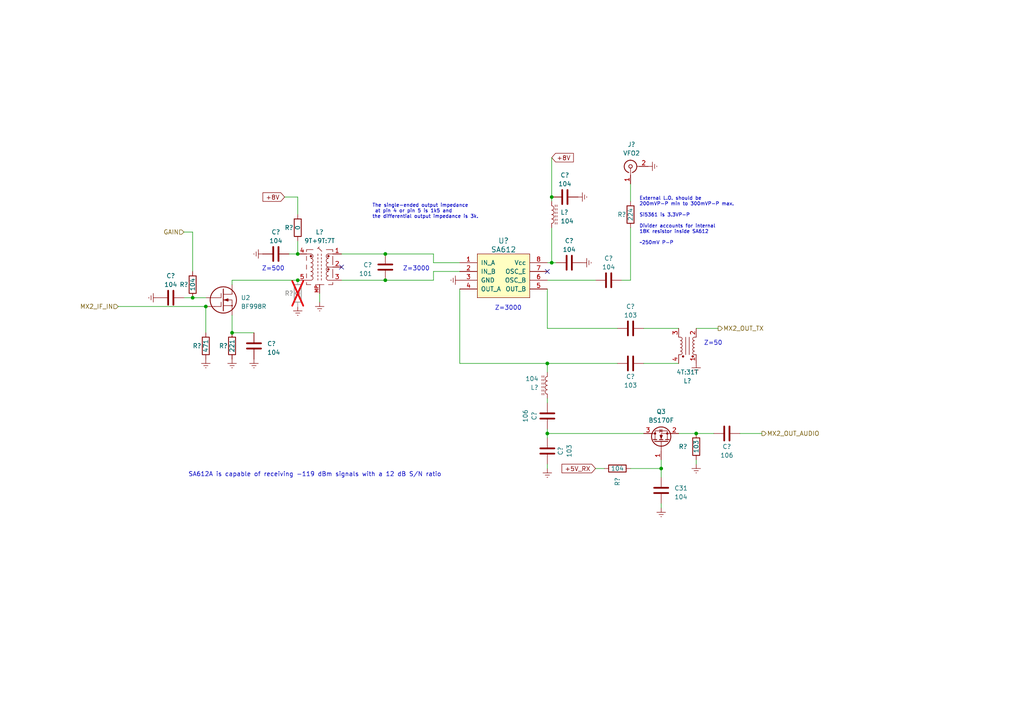
<source format=kicad_sch>
(kicad_sch (version 20230121) (generator eeschema)
  (paper "A4")
  (lib_symbols
    (symbol "Connector:Conn_Coaxial" (pin_names (offset 1.016) hide)
      (property "Reference" "J" (at 0.254 3.048 0))
      (property "Value" "Conn_Coaxial" (at 2.921 0 90))
      (symbol "Conn_Coaxial_0_1"
        (arc (start -1.778 -0.508) (mid 0.2311 -1.8066) (end 1.778 0) (stroke (width 0.254)))
        (polyline (pts (xy -2.54 0) (xy -0.508 0)))
        (polyline (pts (xy 0 -2.54) (xy 0 -1.778)))
        (circle (center 0 0) (radius 0.508) (stroke (width 0.2032)))
        (arc (start 1.778 0) (mid 0.2099 1.8101) (end -1.778 0.508) (stroke (width 0.254)))
      )
      (symbol "Conn_Coaxial_1_1"
        (pin passive line (at -5.08 0 0) (length 2.54) (name "In") (number "1"))
        (pin passive line (at 0 -5.08 90) (length 2.54) (name "Ext") (number "2"))
      )
    )
    (symbol "Device:C" (pin_numbers hide) (pin_names (offset 0.254))
      (property "Reference" "C" (at 0.635 2.54 0))
      (property "Value" "C" (at 0.635 -2.54 0))
      (symbol "C_0_1"
        (polyline (pts (xy -2.032 -0.762) (xy 2.032 -0.762)) (stroke (width 0.508)))
        (polyline (pts (xy -2.032 0.762) (xy 2.032 0.762)) (stroke (width 0.508)))
      )
      (symbol "C_1_1"
        (pin passive line (at 0 3.81 270) (length 2.794) (name "~") (number "1"))
        (pin passive line (at 0 -3.81 90) (length 2.794) (name "~") (number "2"))
      )
    )
    (symbol "Device:L_Ferrite" (pin_numbers hide) (pin_names (offset 1.016) hide)
      (property "Reference" "L" (at -1.27 0 90))
      (property "Value" "L_Ferrite" (at 2.794 0 90))
      (symbol "L_Ferrite_0_1"
        (arc (start 0 -2.54) (mid 0.6323 -1.905) (end 0 -1.27))
        (arc (start 0 -1.27) (mid 0.6323 -0.635) (end 0 0))
        (polyline (pts (xy 1.016 -2.794) (xy 1.016 -2.286)))
        (polyline (pts (xy 1.016 -1.778) (xy 1.016 -1.27)))
        (polyline (pts (xy 1.016 -0.762) (xy 1.016 -0.254)))
        (polyline (pts (xy 1.016 0.254) (xy 1.016 0.762)))
        (polyline (pts (xy 1.016 1.27) (xy 1.016 1.778)))
        (polyline (pts (xy 1.016 2.286) (xy 1.016 2.794)))
        (polyline (pts (xy 1.524 -2.286) (xy 1.524 -2.794)))
        (polyline (pts (xy 1.524 -1.27) (xy 1.524 -1.778)))
        (polyline (pts (xy 1.524 -0.254) (xy 1.524 -0.762)))
        (polyline (pts (xy 1.524 0.762) (xy 1.524 0.254)))
        (polyline (pts (xy 1.524 1.778) (xy 1.524 1.27)))
        (polyline (pts (xy 1.524 2.794) (xy 1.524 2.286)))
        (arc (start 0 0) (mid 0.6323 0.635) (end 0 1.27))
        (arc (start 0 1.27) (mid 0.6323 1.905) (end 0 2.54))
      )
      (symbol "L_Ferrite_1_1"
        (pin passive line (at 0 3.81 270) (length 1.27) (name "1") (number "1"))
        (pin passive line (at 0 -3.81 90) (length 1.27) (name "2") (number "2"))
      )
    )
    (symbol "Device:L_Iron_Coupled_1243" (pin_names (offset 0.254) hide)
      (property "Reference" "L" (at 0 4.445 0))
      (property "Value" "L_Iron_Coupled_1243" (at 0 -4.445 0))
      (symbol "L_Iron_Coupled_1243_0_1"
        (circle (center -3.048 -1.27) (radius 0.254) (fill (type outline)))
        (circle (center -3.048 1.524) (radius 0.254) (fill (type outline)))
        (arc (start -2.54 2.032) (mid -2.032 1.5262) (end -1.524 2.032))
        (arc (start -1.524 -2.032) (mid -2.032 -1.5262) (end -2.54 -2.032))
        (arc (start -1.524 2.032) (mid -1.016 1.5262) (end -0.508 2.032))
        (arc (start -0.508 -2.032) (mid -1.016 -1.5262) (end -1.524 -2.032))
        (arc (start -0.508 2.032) (mid 0 1.5262) (end 0.508 2.032))
        (polyline (pts (xy -2.54 -2.032) (xy -2.54 -2.54)))
        (polyline (pts (xy -2.54 0.508) (xy 2.54 0.508)))
        (polyline (pts (xy -2.54 2.032) (xy -2.54 2.54)))
        (polyline (pts (xy 2.54 -2.032) (xy 2.54 -2.54)))
        (polyline (pts (xy 2.54 -0.508) (xy -2.54 -0.508)))
        (polyline (pts (xy 2.54 2.54) (xy 2.54 2.032)))
        (arc (start 0.508 -2.032) (mid 0 -1.5262) (end -0.508 -2.032))
        (arc (start 0.508 2.032) (mid 1.016 1.5262) (end 1.524 2.032))
        (arc (start 1.524 -2.032) (mid 1.016 -1.5262) (end 0.508 -2.032))
        (arc (start 1.524 2.032) (mid 2.032 1.5262) (end 2.54 2.032))
        (arc (start 2.54 -2.032) (mid 2.032 -1.5262) (end 1.524 -2.032))
      )
      (symbol "L_Iron_Coupled_1243_1_1"
        (pin passive line (at -5.08 2.54 0) (length 2.54) (name "1") (number "1"))
        (pin passive line (at 5.08 2.54 180) (length 2.54) (name "2") (number "2"))
        (pin passive line (at 5.08 -2.54 180) (length 2.54) (name "3") (number "3"))
        (pin passive line (at -5.08 -2.54 0) (length 2.54) (name "4") (number "4"))
      )
    )
    (symbol "Device:R" (pin_numbers hide) (pin_names (offset 0))
      (property "Reference" "R" (at 2.032 0 90))
      (property "Value" "R" (at 0 0 90))
      (symbol "R_0_1"
        (rectangle (start -1.016 -2.54) (end 1.016 2.54) (stroke (width 0.254)))
      )
      (symbol "R_1_1"
        (pin passive line (at 0 3.81 270) (length 1.27) (name "~") (number "1"))
        (pin passive line (at 0 -3.81 90) (length 1.27) (name "~") (number "2"))
      )
    )
    (symbol "PhilsLibrary:BF998R" (pin_numbers hide) (pin_names (offset 1.016) hide)
      (property "Reference" "U" (at 0 8.89 0))
      (property "Value" "BF998R" (at 0 8.89 0))
      (symbol "BF998R_0_1"
        (polyline (pts (xy 0 -1.016) (xy 2.54 -1.016)))
        (polyline (pts (xy 0 3.81) (xy 0 -2.54)) (stroke (width 0.254)))
        (polyline (pts (xy 2.54 -1.27) (xy 2.54 0)))
        (polyline (pts (xy 2.54 2.286) (xy 0 2.286)))
        (polyline (pts (xy 2.54 2.54) (xy 2.54 2.286)))
        (polyline (pts (xy -2.54 1.27) (xy -0.635 1.27) (xy -0.635 2.54)))
        (polyline (pts (xy -0.635 0) (xy -0.635 -1.27) (xy -2.54 -1.27)))
        (polyline (pts (xy 0 0.635) (xy 2.54 0.635) (xy 2.54 0)))
        (polyline (pts (xy 0.254 0.635) (xy 1.397 1.016) (xy 1.397 0.254) (xy 0.254 0.635)) (fill (type outline)))
        (circle (center 0 0.635) (radius 3.81) (stroke (width 0.254)))
        (circle (center 2.54 -1.016) (radius 0.127))
      )
      (symbol "BF998R_1_1"
        (pin passive line (at 2.54 -3.81 90) (length 2.54) (name "S") (number "1"))
        (pin passive line (at 2.54 5.08 270) (length 2.54) (name "D") (number "2"))
        (pin passive line (at -5.08 1.27 0) (length 2.54) (name "G2") (number "3"))
        (pin passive line (at -5.08 -1.27 0) (length 2.54) (name "G1") (number "4"))
      )
    )
    (symbol "PhilsLibrary:L_Core_Ferrite_Coupled_12345" (pin_names (offset 0.254) hide)
      (property "Reference" "L" (at 0 7.493 0))
      (property "Value" "L_Core_Ferrite_Coupled_12345" (at 2.54 -15.24 0))
      (symbol "L_Core_Ferrite_Coupled_12345_0_1"
        (circle (center -2.54 3.175) (radius 0.254) (fill (type outline)))
        (polyline (pts (xy -3.81 -0.635) (xy -3.81 -3.175)))
        (polyline (pts (xy -3.81 3.175) (xy -3.81 0.635)))
        (polyline (pts (xy -3.81 3.81) (xy -2.54 3.81)))
        (polyline (pts (xy -2.54 -3.81) (xy -3.81 -3.81)))
        (polyline (pts (xy -2.54 0) (xy -3.81 0)))
        (polyline (pts (xy -1.27 -5.08) (xy 1.27 -5.08)))
        (polyline (pts (xy -0.508 -2.794) (xy -0.508 -2.286)))
        (polyline (pts (xy -0.508 -1.778) (xy -0.508 -1.27)))
        (polyline (pts (xy -0.508 -0.762) (xy -0.508 -0.254)))
        (polyline (pts (xy -0.508 0.254) (xy -0.508 0.762)))
        (polyline (pts (xy -0.508 1.27) (xy -0.508 1.778)))
        (polyline (pts (xy -0.508 2.286) (xy -0.508 2.794)))
        (polyline (pts (xy 0 -5.715) (xy 0 -5.08)))
        (polyline (pts (xy 0.508 -2.794) (xy 0.508 -2.286)))
        (polyline (pts (xy 0.508 -1.778) (xy 0.508 -1.27)))
        (polyline (pts (xy 0.508 -0.762) (xy 0.508 -0.254)))
        (polyline (pts (xy 0.508 0.254) (xy 0.508 0.762)))
        (polyline (pts (xy 0.508 1.27) (xy 0.508 1.778)))
        (polyline (pts (xy 0.508 2.286) (xy 0.508 2.794)))
        (polyline (pts (xy 2.54 -5.08) (xy 3.81 -5.08)))
        (polyline (pts (xy 3.81 -5.08) (xy 3.81 -4.445)))
        (polyline (pts (xy 3.81 -3.81) (xy 2.54 -3.81)))
        (polyline (pts (xy 3.81 -3.175) (xy 3.81 -1.905)))
        (polyline (pts (xy 3.81 -0.635) (xy 3.81 0.635)))
        (polyline (pts (xy 3.81 3.175) (xy 3.81 1.905)))
        (polyline (pts (xy 3.81 3.81) (xy 2.54 3.81)))
        (polyline (pts (xy -3.81 -4.445) (xy -3.81 -5.08) (xy -2.54 -5.08)))
        (polyline (pts (xy -3.81 4.445) (xy -3.81 5.08) (xy -1.905 5.08)))
        (polyline (pts (xy 3.81 4.445) (xy 3.81 5.08) (xy 1.905 5.08)))
        (polyline (pts (xy -0.635 4.572) (xy 0.381 5.588) (xy 0.635 5.334) (xy 0.127 5.842)))
        (arc (start 2.54 1.27) (mid 1.9077 0.635) (end 2.54 0))
        (circle (center 2.54 3.175) (radius 0.254) (fill (type outline)))
      )
      (symbol "L_Core_Ferrite_Coupled_12345_1_1"
        (arc (start -2.54 -3.81) (mid -1.9077 -3.175) (end -2.54 -2.54))
        (arc (start -2.54 -2.54) (mid -1.9077 -1.905) (end -2.54 -1.27))
        (arc (start -2.54 -1.27) (mid -1.9077 -0.635) (end -2.54 0))
        (circle (center -2.54 -0.635) (radius 0.254) (fill (type outline)))
        (arc (start -2.54 0) (mid -1.9077 0.635) (end -2.54 1.27))
        (arc (start -2.54 1.27) (mid -1.9077 1.905) (end -2.54 2.54))
        (arc (start -2.54 2.54) (mid -1.9077 3.175) (end -2.54 3.81))
        (polyline (pts (xy -0.508 -3.81) (xy -0.508 -3.302)))
        (polyline (pts (xy -0.508 3.302) (xy -0.508 3.81)))
        (polyline (pts (xy 0.508 -3.81) (xy 0.508 -3.302)))
        (polyline (pts (xy 0.508 3.302) (xy 0.508 3.81)))
        (arc (start 2.54 -2.54) (mid 1.9077 -3.175) (end 2.54 -3.81))
        (arc (start 2.54 -1.27) (mid 1.9077 -1.905) (end 2.54 -2.54))
        (arc (start 2.54 0) (mid 1.9077 -0.635) (end 2.54 -1.27))
        (arc (start 2.54 2.54) (mid 1.9077 1.905) (end 2.54 1.27))
        (arc (start 2.54 3.81) (mid 1.9077 3.175) (end 2.54 2.54))
        (pin passive line (at -6.35 3.81 0) (length 2.54) (name "1") (number "1"))
        (pin passive line (at -6.35 0 0) (length 2.54) (name "2") (number "2"))
        (pin passive line (at -6.35 -3.81 0) (length 2.54) (name "3") (number "3"))
        (pin passive line (at 6.35 3.81 180) (length 2.54) (name "4") (number "4"))
        (pin passive line (at 6.35 -3.81 180) (length 2.54) (name "5") (number "5"))
        (pin passive line (at 0 -7.62 90) (length 2.54) (name "MP") (number "MP"))
      )
    )
    (symbol "PhilsLibrary:SA612" (pin_names (offset 1.016))
      (property "Reference" "U" (at 3.81 -7.62 0))
      (property "Value" "SA612" (at -3.81 -7.62 0))
      (symbol "SA612_0_1"
        (rectangle (start -7.62 6.35) (end 7.62 -6.35) (fill (type background)))
      )
      (symbol "SA612_1_1"
        (pin input line (at -12.7 3.81 0) (length 5.08) (name "IN_A") (number "1"))
        (pin input line (at -12.7 1.27 0) (length 5.08) (name "IN_B") (number "2"))
        (pin power_in line (at -12.7 -1.27 0) (length 5.08) (name "GND") (number "3"))
        (pin output line (at -12.7 -3.81 0) (length 5.08) (name "OUT_A") (number "4"))
        (pin output line (at 12.7 -3.81 180) (length 5.08) (name "OUT_B") (number "5"))
        (pin input line (at 12.7 -1.27 180) (length 5.08) (name "OSC_B") (number "6"))
        (pin open_emitter line (at 12.7 1.27 180) (length 5.08) (name "OSC_E") (number "7"))
        (pin power_in line (at 12.7 3.81 180) (length 5.08) (name "Vcc") (number "8"))
      )
    )
    (symbol "Transistor_FET:BS170F" (pin_names hide)
      (property "Reference" "Q" (at 5.08 1.905 0))
      (property "Value" "BS170F" (at 5.08 0 0))
      (symbol "BS170F_0_1"
        (polyline (pts (xy 0.254 0) (xy -2.54 0)))
        (polyline (pts (xy 0.254 1.905) (xy 0.254 -1.905)) (stroke (width 0.254)))
        (polyline (pts (xy 0.762 -1.27) (xy 0.762 -2.286)) (stroke (width 0.254)))
        (polyline (pts (xy 0.762 0.508) (xy 0.762 -0.508)) (stroke (width 0.254)))
        (polyline (pts (xy 0.762 2.286) (xy 0.762 1.27)) (stroke (width 0.254)))
        (polyline (pts (xy 2.54 2.54) (xy 2.54 1.778)))
        (polyline (pts (xy 2.54 -2.54) (xy 2.54 0) (xy 0.762 0)))
        (polyline (pts (xy 0.762 -1.778) (xy 3.302 -1.778) (xy 3.302 1.778) (xy 0.762 1.778)))
        (polyline (pts (xy 1.016 0) (xy 2.032 0.381) (xy 2.032 -0.381) (xy 1.016 0)) (fill (type outline)))
        (polyline (pts (xy 2.794 0.508) (xy 2.921 0.381) (xy 3.683 0.381) (xy 3.81 0.254)))
        (polyline (pts (xy 3.302 0.381) (xy 2.921 -0.254) (xy 3.683 -0.254) (xy 3.302 0.381)))
        (circle (center 1.651 0) (radius 2.794) (stroke (width 0.254)))
        (circle (center 2.54 -1.778) (radius 0.254) (fill (type outline)))
        (circle (center 2.54 1.778) (radius 0.254) (fill (type outline)))
      )
      (symbol "BS170F_1_1"
        (pin input line (at -5.08 0 0) (length 2.54) (name "G") (number "1"))
        (pin passive line (at 2.54 -5.08 90) (length 2.54) (name "S") (number "2"))
        (pin passive line (at 2.54 5.08 270) (length 2.54) (name "D") (number "3"))
      )
    )
    (symbol "power:Earth" (power) (pin_names (offset 0))
      (symbol "Earth_0_1"
        (polyline (pts (xy -0.635 -1.905) (xy 0.635 -1.905)))
        (polyline (pts (xy -0.127 -2.54) (xy 0.127 -2.54)))
        (polyline (pts (xy 0 -1.27) (xy 0 0)))
        (polyline (pts (xy 1.27 -1.27) (xy -1.27 -1.27)))
      )
      (symbol "Earth_1_1"
        (pin power_in line (at 0 0 270) (length 0) hide (name "Earth") (number "1"))
      )
    )
  )
  (junction (at 86.36 73.66))
  (junction (at 158.75 105.41))
  (junction (at 111.76 73.66))
  (junction (at 160.02 57.15))
  (junction (at 158.75 125.73))
  (junction (at 111.76 81.28))
  (junction (at 67.31 96.52))
  (junction (at 59.69 88.9))
  (junction (at 191.77 135.89))
  (junction (at 160.02 76.2))
  (junction (at 55.88 86.36))
  (junction (at 201.93 125.73))
  (junction (at 86.36 81.28))
  (no_connect (at 158.75 78.74))
  (no_connect (at 99.06 77.47))
  (wire (pts (xy 55.88 86.36) (xy 59.69 86.36)))
  (wire (pts (xy 158.75 125.73) (xy 158.75 124.46)))
  (wire (pts (xy 158.75 115.57) (xy 158.75 116.84)))
  (wire (pts (xy 191.77 133.35) (xy 191.77 135.89)))
  (wire (pts (xy 133.35 76.2) (xy 125.73 76.2)))
  (wire (pts (xy 111.76 73.66) (xy 99.06 73.66)))
  (wire (pts (xy 99.06 81.28) (xy 111.76 81.28)))
  (wire (pts (xy 67.31 91.44) (xy 67.31 96.52)))
  (wire (pts (xy 160.02 57.15) (xy 160.02 58.42)))
  (wire (pts (xy 158.75 83.82) (xy 158.75 95.25)))
  (wire (pts (xy 158.75 125.73) (xy 186.69 125.73)))
  (wire (pts (xy 133.35 78.74) (xy 125.73 78.74)))
  (wire (pts (xy 83.82 73.66) (xy 86.36 73.66)))
  (wire (pts (xy 182.88 58.42) (xy 182.88 53.34)))
  (wire (pts (xy 59.69 88.9) (xy 59.69 96.52)))
  (wire (pts (xy 158.75 127) (xy 158.75 125.73)))
  (wire (pts (xy 86.36 81.28) (xy 67.31 81.28)))
  (wire (pts (xy 158.75 105.41) (xy 179.07 105.41)))
  (wire (pts (xy 125.73 81.28) (xy 111.76 81.28)))
  (wire (pts (xy 158.75 134.62) (xy 158.75 135.89)))
  (wire (pts (xy 158.75 107.95) (xy 158.75 105.41)))
  (wire (pts (xy 214.63 125.73) (xy 220.98 125.73)))
  (wire (pts (xy 86.36 57.15) (xy 82.55 57.15)))
  (wire (pts (xy 182.88 135.89) (xy 191.77 135.89)))
  (wire (pts (xy 111.76 73.66) (xy 125.73 73.66)))
  (wire (pts (xy 92.71 85.09) (xy 92.71 87.63)))
  (wire (pts (xy 125.73 73.66) (xy 125.73 76.2)))
  (wire (pts (xy 172.72 81.28) (xy 158.75 81.28)))
  (wire (pts (xy 160.02 76.2) (xy 161.29 76.2)))
  (wire (pts (xy 191.77 135.89) (xy 191.77 138.43)))
  (wire (pts (xy 172.72 135.89) (xy 175.26 135.89)))
  (wire (pts (xy 86.36 69.85) (xy 86.36 73.66)))
  (wire (pts (xy 158.75 76.2) (xy 160.02 76.2)))
  (wire (pts (xy 201.93 95.25) (xy 208.28 95.25)))
  (wire (pts (xy 160.02 66.04) (xy 160.02 76.2)))
  (wire (pts (xy 125.73 78.74) (xy 125.73 81.28)))
  (wire (pts (xy 34.29 88.9) (xy 59.69 88.9)))
  (wire (pts (xy 158.75 105.41) (xy 133.35 105.41)))
  (wire (pts (xy 86.36 62.23) (xy 86.36 57.15)))
  (wire (pts (xy 133.35 105.41) (xy 133.35 83.82)))
  (wire (pts (xy 67.31 96.52) (xy 73.66 96.52)))
  (wire (pts (xy 160.02 45.72) (xy 160.02 57.15)))
  (wire (pts (xy 186.69 105.41) (xy 196.85 105.41)))
  (wire (pts (xy 55.88 67.31) (xy 55.88 78.74)))
  (wire (pts (xy 191.77 146.05) (xy 191.77 147.32)))
  (wire (pts (xy 186.69 95.25) (xy 196.85 95.25)))
  (wire (pts (xy 67.31 81.28) (xy 67.31 82.55)))
  (wire (pts (xy 53.34 86.36) (xy 55.88 86.36)))
  (wire (pts (xy 158.75 95.25) (xy 179.07 95.25)))
  (wire (pts (xy 201.93 133.35) (xy 201.93 134.62)))
  (wire (pts (xy 201.93 125.73) (xy 207.01 125.73)))
  (wire (pts (xy 182.88 66.04) (xy 182.88 81.28)))
  (wire (pts (xy 53.34 67.31) (xy 55.88 67.31)))
  (wire (pts (xy 180.34 81.28) (xy 182.88 81.28)))
  (wire (pts (xy 196.85 125.73) (xy 201.93 125.73)))
  (text "Z=3000" (at 143.51 90.17 0) (effects (font (size 1.27 1.27)) (justify left bottom)))
  (text "Z=500" (at 82.55 78.74 0) (effects (font (size 1.27 1.27)) (justify right bottom)))
  (text "SA612A is capable of receiving -119 dBm signals with a 12 dB S/N ratio" (at 54.61 138.43 0) (effects (font (size 1.27 1.27)) (justify left bottom)))
  (text "Z=50" (at 209.55 100.33 0) (effects (font (size 1.27 1.27)) (justify right bottom)))
  (text "External L.O. should be \n200mVP-P min to 300mVP-P max.\n\nSi5361 is 3.3VP-P\n\nDivider accounts for internal \n18K resistor inside SA612\n\n~250mV P-P" (at 185.42 71.12 0) (effects (font (size 1 1)) (justify left bottom)))
  (text "Z=3000" (at 116.84 78.74 0) (effects (font (size 1.27 1.27)) (justify left bottom)))
  (text "The single-ended output impedance\n at pin 4 or pin 5 is 1k5 and \nthe differential output impedance is 3k." (at 107.95 63.5 0) (effects (font (size 1 1)) (justify left bottom)))
  (global_label "+5V_RX" (shape input) (at 172.72 135.89 180) (property "Intersheetrefs" "${INTERSHEET_REFS}" (effects hide)))
  (global_label "+8V" (shape input) (at 160.02 45.72 0) (property "Intersheetrefs" "${INTERSHEET_REFS}" (effects hide)))
  (global_label "+8V" (shape input) (at 82.55 57.15 180) (property "Intersheetrefs" "${INTERSHEET_REFS}" (effects hide)))
  (hierarchical_label "MX2_OUT_TX" (shape output) (at 208.28 95.25 0))
  (hierarchical_label "GAIN" (shape input) (at 53.34 67.31 180))
  (hierarchical_label "MX2_IF_IN" (shape input) (at 34.29 88.9 180))
  (hierarchical_label "MX2_OUT_AUDIO" (shape output) (at 220.98 125.73 0))
  (symbol (lib_id "Device:C") (at 80.01 73.66 90) (unit 1)
    (property "Reference" "C?" (at 80.01 67.31 90))
    (property "Value" "104" (at 80.01 69.85 90))
    (property "Footprint" "Capacitor_SMD:C_0805_2012Metric" (effects hide))
    (instances (project "Mixers" (path "" (reference "C?") (unit 1)) (path "" (reference "C6") (unit 1)) (path "" (reference "C19") (unit 1))))
  )
  (symbol (lib_id "Device:C") (at 176.53 81.28 90) (unit 1)
    (property "Reference" "C?" (at 176.53 74.93 90))
    (property "Value" "104" (at 176.53 77.47 90))
    (property "Footprint" "Capacitor_SMD:C_0805_2012Metric" (effects hide))
    (instances (project "Mixers" (path "" (reference "C?") (unit 1)) (path "" (reference "C7") (unit 1)) (path "" (reference "C25") (unit 1))))
  )
  (symbol (lib_id "Device:C") (at 182.88 95.25 90) (unit 1)
    (property "Reference" "C?" (at 182.88 88.9 90))
    (property "Value" "103" (at 182.88 91.44 90))
    (property "Footprint" "Capacitor_SMD:C_0805_2012Metric" (effects hide))
    (instances (project "Mixers" (path "" (reference "C?") (unit 1)) (path "" (reference "C1") (unit 1)) (path "" (reference "C26") (unit 1))))
  )
  (symbol (lib_id "Device:C") (at 111.76 77.47 0) (mirror x) (unit 1)
    (property "Reference" "C?" (at 107.95 76.835 0) (effects (justify right)))
    (property "Value" "101" (at 107.95 79.375 0) (effects (justify right)))
    (property "Footprint" "Capacitor_SMD:C_0805_2012Metric" (effects hide))
    (instances (project "Mixers" (path "" (reference "C?") (unit 1)) (path "" (reference "C5") (unit 1)) (path "" (reference "C20") (unit 1))))
  )
  (symbol (lib_id "Device:R") (at 67.31 100.33 0) (unit 1)
    (property "Reference" "R?" (at 63.5 100.33 0) (effects (justify left)))
    (property "Value" "221" (at 67.31 100.33 90))
    (property "Footprint" "Capacitor_SMD:C_0805_2012Metric" (effects hide))
    (instances (project "Mixers" (path "" (reference "R?") (unit 1)) (path "" (reference "R1") (unit 1)) (path "" (reference "R5") (unit 1))))
  )
  (symbol (lib_id "Device:C") (at 182.88 105.41 90) (unit 1)
    (property "Reference" "C?" (at 182.88 109.22 90))
    (property "Value" "103" (at 182.88 111.76 90))
    (property "Footprint" "Capacitor_SMD:C_0805_2012Metric" (effects hide))
    (instances (project "Mixers" (path "" (reference "C?") (unit 1)) (path "" (reference "C1") (unit 1)) (path "" (reference "C27") (unit 1))))
  )
  (symbol (lib_id "PhilsLibrary:L_Core_Ferrite_Coupled_12345") (at 92.71 77.47 0) (mirror y) (unit 1)
    (property "Reference" "L?" (at 92.71 67.31 0))
    (property "Value" "9T+9T:7T" (at 92.71 69.85 0))
    (property "Footprint" "PhilsFootprintLibrary:L_Coilcraft_Slot7_15" (effects hide))
    (instances (project "Mixers" (path "" (reference "L?") (unit 1)) (path "" (reference "L4") (unit 1)) (path "" (reference "L6") (unit 1))))
  )
  (symbol (lib_id "power:Earth") (at 133.35 81.28 270) (unit 1)
    (property "Reference" "#PWR?" (effects hide))
    (property "Value" "Earth" (effects hide))
    (instances (project "Mixers" (path "" (reference "#PWR?") (unit 1)) (path "" (reference "#PWR05") (unit 1)) (path "" (reference "#PWR051") (unit 1))))
  )
  (symbol (lib_id "Device:R") (at 59.69 100.33 0) (unit 1)
    (property "Reference" "R?" (at 55.88 100.33 0) (effects (justify left)))
    (property "Value" "471" (at 59.69 100.33 90))
    (property "Footprint" "Capacitor_SMD:C_0805_2012Metric" (effects hide))
    (instances (project "Mixers" (path "" (reference "R?") (unit 1)) (path "" (reference "R1") (unit 1)) (path "" (reference "R4") (unit 1))))
  )
  (symbol (lib_id "Device:C") (at 210.82 125.73 90) (unit 1)
    (property "Reference" "C?" (at 210.82 129.54 90))
    (property "Value" "106" (at 210.82 132.08 90))
    (property "Footprint" "Capacitor_SMD:C_0805_2012Metric" (effects hide))
    (instances (project "Mixers" (path "" (reference "C?") (unit 1)) (path "" (reference "C4") (unit 1)) (path "" (reference "C52") (unit 1))))
  )
  (symbol (lib_id "Device:C") (at 191.77 142.24 0) (unit 1)
    (property "Reference" "C31" (at 195.58 141.605 0) (effects (justify left)))
    (property "Value" "104" (at 195.58 144.145 0) (effects (justify left)))
    (property "Footprint" "Capacitor_SMD:C_0805_2012Metric" (effects hide))
    (instances (project "Mixers" (path "" (reference "C31") (unit 1)) (path "" (reference "C6") (unit 1)) (path "" (reference "C51") (unit 1)) (path "" (reference "C45") (unit 1))))
  )
  (symbol (lib_id "Device:L_Ferrite") (at 160.02 62.23 0) (unit 1)
    (property "Reference" "L?" (at 162.56 61.595 0) (effects (justify left)))
    (property "Value" "104" (at 162.56 64.135 0) (effects (justify left)))
    (property "Footprint" "Inductor_SMD:L_0805_2012Metric" (effects hide))
    (instances (project "Mixers" (path "" (reference "L?") (unit 1)) (path "" (reference "L5") (unit 1)) (path "" (reference "L8") (unit 1))))
  )
  (symbol (lib_id "power:Earth") (at 67.31 104.14 0) (mirror y) (unit 1)
    (property "Reference" "#PWR?" (effects hide))
    (property "Value" "Earth" (effects hide))
    (instances (project "Mixers" (path "" (reference "#PWR?") (unit 1)) (path "" (reference "#PWR010") (unit 1)) (path "" (reference "#PWR046") (unit 1))))
  )
  (symbol (lib_id "Device:C") (at 49.53 86.36 90) (unit 1)
    (property "Reference" "C?" (at 49.53 80.01 90))
    (property "Value" "104" (at 49.53 82.55 90))
    (property "Footprint" "Capacitor_SMD:C_0805_2012Metric" (effects hide))
    (instances (project "Mixers" (path "" (reference "C?") (unit 1)) (path "" (reference "C6") (unit 1)) (path "" (reference "C17") (unit 1))))
  )
  (symbol (lib_id "Device:C") (at 163.83 57.15 90) (unit 1)
    (property "Reference" "C?" (at 163.83 50.8 90))
    (property "Value" "104" (at 163.83 53.34 90))
    (property "Footprint" "Capacitor_SMD:C_0805_2012Metric" (effects hide))
    (instances (project "Mixers" (path "" (reference "C?") (unit 1)) (path "" (reference "C8") (unit 1)) (path "" (reference "C23") (unit 1))))
  )
  (symbol (lib_id "power:Earth") (at 158.75 135.89 0) (mirror y) (unit 1)
    (property "Reference" "#PWR?" (effects hide))
    (property "Value" "Earth" (effects hide))
    (instances (project "Mixers" (path "" (reference "#PWR?") (unit 1)) (path "" (reference "#PWR01") (unit 1)) (path "" (reference "#PWR052") (unit 1))))
  )
  (symbol (lib_id "power:Earth") (at 191.77 147.32 0) (unit 1)
    (property "Reference" "#PWR085" (effects hide))
    (property "Value" "Earth" (effects hide))
    (instances (project "Mixers" (path "" (reference "#PWR085") (unit 1)) (path "" (reference "#PWR092") (unit 1))))
  )
  (symbol (lib_id "PhilsLibrary:SA612") (at 146.05 80.01 0) (unit 1)
    (property "Reference" "U?" (at 146.05 69.85 0) (effects (font (size 1.524 1.524))))
    (property "Value" "SA612" (at 146.05 72.39 0) (effects (font (size 1.524 1.524))))
    (property "Footprint" "Package_SO:SO-8_3.9x4.9mm_P1.27mm" (effects hide))
    (instances (project "Mixers" (path "" (reference "U?") (unit 1)) (path "" (reference "U1") (unit 1)) (path "" (reference "U3") (unit 1))))
  )
  (symbol (lib_id "power:Earth") (at 201.93 105.41 0) (mirror y) (unit 1)
    (property "Reference" "#PWR?" (effects hide))
    (property "Value" "Earth" (effects hide))
    (instances (project "Mixers" (path "" (reference "#PWR?") (unit 1)) (path "" (reference "#PWR01") (unit 1)) (path "" (reference "#PWR056") (unit 1))))
  )
  (symbol (lib_id "Device:R") (at 55.88 82.55 0) (unit 1)
    (property "Reference" "R?" (at 52.07 82.55 0) (effects (justify left)))
    (property "Value" "104" (at 55.88 82.55 90))
    (property "Footprint" "Capacitor_SMD:C_0805_2012Metric" (effects hide))
    (instances (project "Mixers" (path "" (reference "R?") (unit 1)) (path "" (reference "R1") (unit 1)) (path "" (reference "R3") (unit 1))))
  )
  (symbol (lib_id "Device:L_Ferrite") (at 158.75 111.76 180) (unit 1)
    (property "Reference" "L?" (at 156.21 112.395 0) (effects (justify left)))
    (property "Value" "104" (at 156.21 109.855 0) (effects (justify left)))
    (property "Footprint" "Inductor_SMD:L_0805_2012Metric" (effects hide))
    (instances (project "Mixers" (path "" (reference "L?") (unit 1)) (path "" (reference "L3") (unit 1)) (path "" (reference "L7") (unit 1))))
  )
  (symbol (lib_id "Connector:Conn_Coaxial") (at 182.88 48.26 90) (unit 1)
    (property "Reference" "J?" (at 183.1732 41.91 90))
    (property "Value" "VFO2" (at 183.1732 44.45 90))
    (property "Footprint" "Connector_Coaxial:SMA_Amphenol_901-144_Vertical" (effects hide))
    (property "Datasheet" " ~" (effects hide))
    (instances (project "Mixers" (path "" (reference "J?") (unit 1)) (path "" (reference "J1") (unit 1)) (path "" (reference "J4") (unit 1))))
  )
  (symbol (lib_id "power:Earth") (at 59.69 104.14 0) (mirror y) (unit 1)
    (property "Reference" "#PWR?" (effects hide))
    (property "Value" "Earth" (effects hide))
    (instances (project "Mixers" (path "" (reference "#PWR?") (unit 1)) (path "" (reference "#PWR010") (unit 1)) (path "" (reference "#PWR045") (unit 1))))
  )
  (symbol (lib_id "Device:C") (at 165.1 76.2 90) (unit 1)
    (property "Reference" "C?" (at 165.1 69.85 90))
    (property "Value" "104" (at 165.1 72.39 90))
    (property "Footprint" "Capacitor_SMD:C_0805_2012Metric" (effects hide))
    (instances (project "Mixers" (path "" (reference "C?") (unit 1)) (path "" (reference "C6") (unit 1)) (path "" (reference "C24") (unit 1))))
  )
  (symbol (lib_id "power:Earth") (at 168.91 76.2 90) (unit 1)
    (property "Reference" "#PWR?" (effects hide))
    (property "Value" "Earth" (effects hide))
    (instances (project "Mixers" (path "" (reference "#PWR?") (unit 1)) (path "" (reference "#PWR06") (unit 1)) (path "" (reference "#PWR054") (unit 1))))
  )
  (symbol (lib_id "PhilsLibrary:BF998R") (at 64.77 87.63 0) (unit 1)
    (property "Reference" "U2" (at 69.85 86.36 0) (effects (justify left)))
    (property "Value" "BF998R" (at 69.85 88.9 0) (effects (justify left)))
    (property "Footprint" "Package_TO_SOT_SMD:SOT-143R" (effects hide))
  )
  (symbol (lib_id "power:Earth") (at 167.64 57.15 90) (unit 1)
    (property "Reference" "#PWR?" (effects hide))
    (property "Value" "Earth" (effects hide))
    (instances (project "Mixers" (path "" (reference "#PWR?") (unit 1)) (path "" (reference "#PWR09") (unit 1)) (path "" (reference "#PWR053") (unit 1))))
  )
  (symbol (lib_id "power:Earth") (at 92.71 87.63 0) (mirror y) (unit 1)
    (property "Reference" "#PWR?" (effects hide))
    (property "Value" "Earth" (effects hide))
    (instances (project "Mixers" (path "" (reference "#PWR?") (unit 1)) (path "" (reference "#PWR07") (unit 1)) (path "" (reference "#PWR050") (unit 1))))
  )
  (symbol (lib_id "power:Earth") (at 73.66 104.14 0) (mirror y) (unit 1)
    (property "Reference" "#PWR?" (effects hide))
    (property "Value" "Earth" (effects hide))
    (instances (project "Mixers" (path "" (reference "#PWR?") (unit 1)) (path "" (reference "#PWR010") (unit 1)) (path "" (reference "#PWR047") (unit 1))))
  )
  (symbol (lib_id "power:Earth") (at 187.96 48.26 90) (unit 1)
    (property "Reference" "#PWR?" (effects hide))
    (property "Value" "Earth" (effects hide))
    (instances (project "Mixers" (path "" (reference "#PWR?") (unit 1)) (path "" (reference "#PWR08") (unit 1)) (path "" (reference "#PWR055") (unit 1))))
  )
  (symbol (lib_id "Device:R") (at 86.36 85.09 0) (unit 1) (dnp yes)
    (property "Reference" "R?" (at 82.55 85.09 0) (effects (justify left)))
    (property "Value" "0" (at 86.36 85.09 90))
    (property "Footprint" "Capacitor_SMD:C_0805_2012Metric" (effects hide))
    (instances (project "Mixers" (path "" (reference "R?") (unit 1)) (path "" (reference "R1") (unit 1)) (path "" (reference "R7") (unit 1))))
  )
  (symbol (lib_id "Transistor_FET:BS170F") (at 191.77 128.27 90) (unit 1)
    (property "Reference" "Q3" (at 191.77 119.38 90))
    (property "Value" "BS170F" (at 191.77 121.92 90))
    (property "Footprint" "Package_TO_SOT_SMD:SOT-23" (effects hide))
    (property "Datasheet" "http://www.diodes.com/assets/Datasheets/BS170F.pdf" (effects hide))
    (instances (project "Mixers" (path "" (reference "Q3") (unit 1)) (path "" (reference "Q4") (unit 1))))
  )
  (symbol (lib_id "Device:R") (at 179.07 135.89 90) (unit 1)
    (property "Reference" "R?" (at 179.07 139.7 0))
    (property "Value" "104" (at 179.07 135.89 90))
    (property "Footprint" "Capacitor_SMD:C_0805_2012Metric" (effects hide))
    (instances (project "Mixers" (path "" (reference "R?") (unit 1)) (path "" (reference "R1") (unit 1)) (path "" (reference "R26") (unit 1)) (path "" (reference "R23") (unit 1))))
  )
  (symbol (lib_id "power:Earth") (at 45.72 86.36 270) (mirror x) (unit 1)
    (property "Reference" "#PWR?" (effects hide))
    (property "Value" "Earth" (effects hide))
    (instances (project "Mixers" (path "" (reference "#PWR?") (unit 1)) (path "" (reference "#PWR010") (unit 1)) (path "" (reference "#PWR044") (unit 1))))
  )
  (symbol (lib_id "Device:C") (at 158.75 120.65 0) (unit 1)
    (property "Reference" "C?" (at 154.94 120.65 90))
    (property "Value" "106" (at 152.4 120.65 90))
    (property "Footprint" "Capacitor_SMD:C_0805_2012Metric" (effects hide))
    (instances (project "Mixers" (path "" (reference "C?") (unit 1)) (path "" (reference "C4") (unit 1)) (path "" (reference "C21") (unit 1))))
  )
  (symbol (lib_id "Device:L_Iron_Coupled_1243") (at 199.39 100.33 270) (mirror x) (unit 1)
    (property "Reference" "L?" (at 199.39 110.49 90))
    (property "Value" "4T:31T" (at 199.39 107.95 90))
    (property "Footprint" "PhilsFootprintLibrary:Balun_BN-43-2402_SMD" (effects hide))
    (instances (project "Mixers" (path "" (reference "L?") (unit 1)) (path "" (reference "L1") (unit 1)) (path "" (reference "L9") (unit 1))))
  )
  (symbol (lib_id "Device:R") (at 86.36 66.04 0) (unit 1)
    (property "Reference" "R?" (at 82.55 66.04 0) (effects (justify left)))
    (property "Value" "0" (at 86.36 66.04 90))
    (property "Footprint" "Capacitor_SMD:C_0805_2012Metric" (effects hide))
    (instances (project "Mixers" (path "" (reference "R?") (unit 1)) (path "" (reference "R1") (unit 1)) (path "" (reference "R6") (unit 1))))
  )
  (symbol (lib_id "Device:R") (at 182.88 62.23 0) (unit 1)
    (property "Reference" "R?" (at 179.07 62.23 0) (effects (justify left)))
    (property "Value" "224" (at 182.88 62.23 90))
    (property "Footprint" "Capacitor_SMD:C_0805_2012Metric" (effects hide))
    (instances (project "Mixers" (path "" (reference "R?") (unit 1)) (path "" (reference "R1") (unit 1)) (path "" (reference "R8") (unit 1))))
  )
  (symbol (lib_id "power:Earth") (at 76.2 73.66 270) (mirror x) (unit 1)
    (property "Reference" "#PWR?" (effects hide))
    (property "Value" "Earth" (effects hide))
    (instances (project "Mixers" (path "" (reference "#PWR?") (unit 1)) (path "" (reference "#PWR010") (unit 1)) (path "" (reference "#PWR048") (unit 1))))
  )
  (symbol (lib_id "power:Earth") (at 201.93 134.62 0) (unit 1)
    (property "Reference" "#PWR088" (effects hide))
    (property "Value" "Earth" (effects hide))
    (instances (project "Mixers" (path "" (reference "#PWR088") (unit 1)) (path "" (reference "#PWR093") (unit 1))))
  )
  (symbol (lib_id "Device:C") (at 158.75 130.81 180) (unit 1)
    (property "Reference" "C?" (at 162.56 130.81 90))
    (property "Value" "103" (at 165.1 130.81 90))
    (property "Footprint" "Capacitor_SMD:C_0805_2012Metric" (effects hide))
    (instances (project "Mixers" (path "" (reference "C?") (unit 1)) (path "" (reference "C1") (unit 1)) (path "" (reference "C22") (unit 1))))
  )
  (symbol (lib_id "power:Earth") (at 86.36 88.9 0) (mirror y) (unit 1)
    (property "Reference" "#PWR?" (effects hide))
    (property "Value" "Earth" (effects hide))
    (instances (project "Mixers" (path "" (reference "#PWR?") (unit 1)) (path "" (reference "#PWR07") (unit 1)) (path "" (reference "#PWR049") (unit 1))))
  )
  (symbol (lib_id "Device:R") (at 201.93 129.54 0) (unit 1)
    (property "Reference" "R?" (at 198.12 129.54 0))
    (property "Value" "103" (at 201.93 129.54 90))
    (property "Footprint" "Capacitor_SMD:C_0805_2012Metric" (effects hide))
    (instances (project "Mixers" (path "" (reference "R?") (unit 1)) (path "" (reference "R1") (unit 1)) (path "" (reference "R27") (unit 1)) (path "" (reference "R24") (unit 1))))
  )
  (symbol (lib_id "Device:C") (at 73.66 100.33 180) (unit 1)
    (property "Reference" "C?" (at 77.47 99.695 0) (effects (justify right)))
    (property "Value" "104" (at 77.47 102.235 0) (effects (justify right)))
    (property "Footprint" "Capacitor_SMD:C_0805_2012Metric" (effects hide))
    (instances (project "Mixers" (path "" (reference "C?") (unit 1)) (path "" (reference "C6") (unit 1)) (path "" (reference "C18") (unit 1))))
  )
)
</source>
